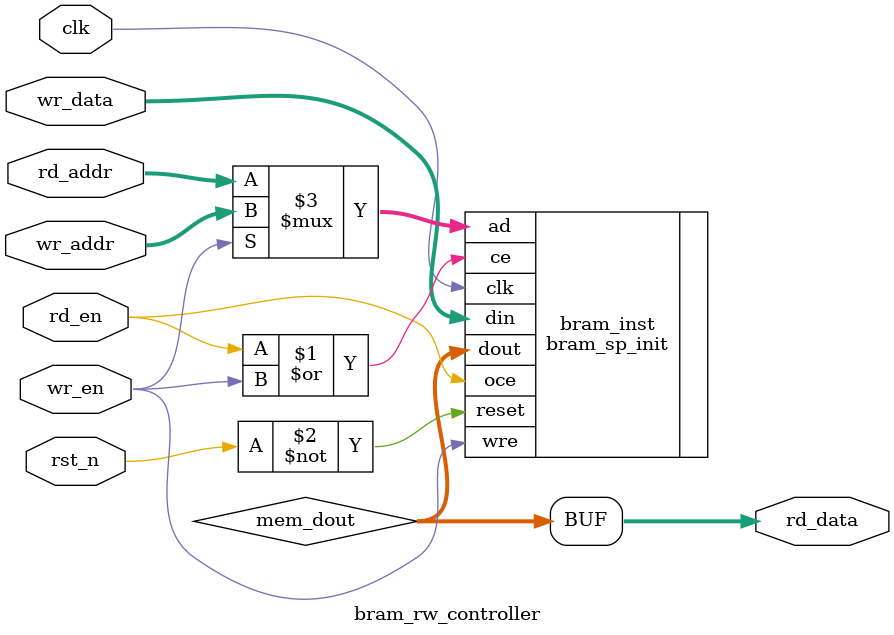
<source format=v>
module bram_rw_controller (
    input        clk,
    input        rst_n,

    // Порт записи
    input        wr_en,
    input  [2:0] wr_addr,
    input  [7:0] wr_data,

    // Порт чтения
    input        rd_en,
    input  [2:0] rd_addr,
    output [7:0] rd_data
);

// Общий BRAM
wire [7:0] mem_dout;

bram_sp_init bram_inst (
    .dout(mem_dout),
    .clk(clk),
    .oce(rd_en),                   // только при чтении
    .ce(rd_en | wr_en),            // разрешить доступ
    .reset(~rst_n),                // если нужен сброс выхода
    .wre(wr_en),
    .ad(wr_en ? wr_addr : rd_addr), // приоритет записи, если оба en=1
    .din(wr_data)
);

assign rd_data = mem_dout;

endmodule
</source>
